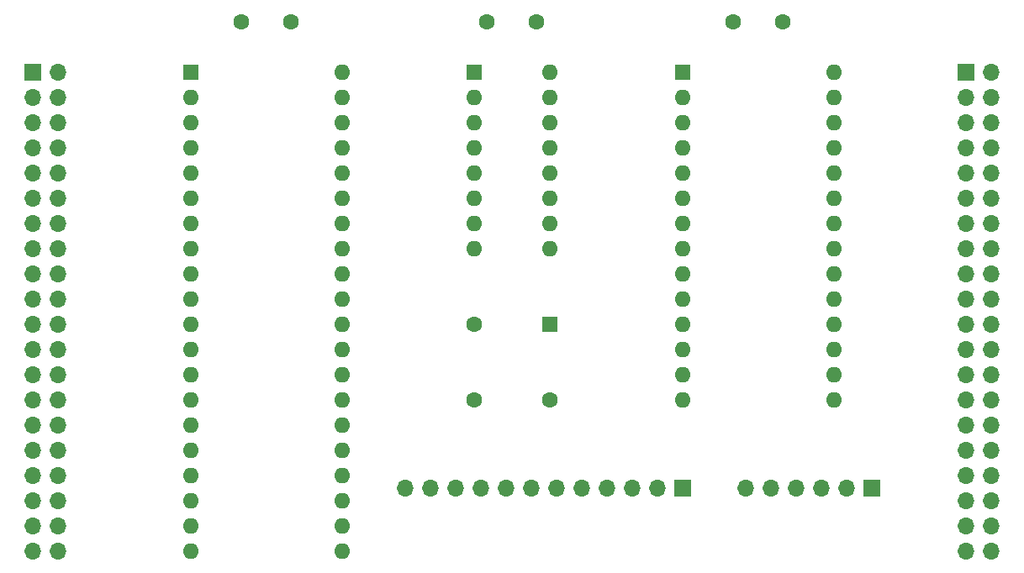
<source format=gbr>
%TF.GenerationSoftware,KiCad,Pcbnew,5.1.9-73d0e3b20d~88~ubuntu20.04.1*%
%TF.CreationDate,2021-01-16T15:59:04+00:00*%
%TF.ProjectId,io-board,696f2d62-6f61-4726-942e-6b696361645f,rev?*%
%TF.SameCoordinates,Original*%
%TF.FileFunction,Soldermask,Top*%
%TF.FilePolarity,Negative*%
%FSLAX46Y46*%
G04 Gerber Fmt 4.6, Leading zero omitted, Abs format (unit mm)*
G04 Created by KiCad (PCBNEW 5.1.9-73d0e3b20d~88~ubuntu20.04.1) date 2021-01-16 15:59:04*
%MOMM*%
%LPD*%
G01*
G04 APERTURE LIST*
%ADD10C,1.600000*%
%ADD11O,1.700000X1.700000*%
%ADD12R,1.700000X1.700000*%
%ADD13O,1.600000X1.600000*%
%ADD14R,1.600000X1.600000*%
G04 APERTURE END LIST*
D10*
%TO.C,C3*%
X116205000Y-60960000D03*
X121205000Y-60960000D03*
%TD*%
%TO.C,C2*%
X91440000Y-60960000D03*
X96440000Y-60960000D03*
%TD*%
%TO.C,C1*%
X66675000Y-60960000D03*
X71675000Y-60960000D03*
%TD*%
D11*
%TO.C,J3*%
X83185000Y-107950000D03*
X85725000Y-107950000D03*
X88265000Y-107950000D03*
X90805000Y-107950000D03*
X93345000Y-107950000D03*
X95885000Y-107950000D03*
X98425000Y-107950000D03*
X100965000Y-107950000D03*
X103505000Y-107950000D03*
X106045000Y-107950000D03*
X108585000Y-107950000D03*
D12*
X111125000Y-107950000D03*
%TD*%
D13*
%TO.C,U1*%
X76835000Y-66040000D03*
X61595000Y-114300000D03*
X76835000Y-68580000D03*
X61595000Y-111760000D03*
X76835000Y-71120000D03*
X61595000Y-109220000D03*
X76835000Y-73660000D03*
X61595000Y-106680000D03*
X76835000Y-76200000D03*
X61595000Y-104140000D03*
X76835000Y-78740000D03*
X61595000Y-101600000D03*
X76835000Y-81280000D03*
X61595000Y-99060000D03*
X76835000Y-83820000D03*
X61595000Y-96520000D03*
X76835000Y-86360000D03*
X61595000Y-93980000D03*
X76835000Y-88900000D03*
X61595000Y-91440000D03*
X76835000Y-91440000D03*
X61595000Y-88900000D03*
X76835000Y-93980000D03*
X61595000Y-86360000D03*
X76835000Y-96520000D03*
X61595000Y-83820000D03*
X76835000Y-99060000D03*
X61595000Y-81280000D03*
X76835000Y-101600000D03*
X61595000Y-78740000D03*
X76835000Y-104140000D03*
X61595000Y-76200000D03*
X76835000Y-106680000D03*
X61595000Y-73660000D03*
X76835000Y-109220000D03*
X61595000Y-71120000D03*
X76835000Y-111760000D03*
X61595000Y-68580000D03*
X76835000Y-114300000D03*
D14*
X61595000Y-66040000D03*
%TD*%
D11*
%TO.C,J5*%
X117475000Y-107950000D03*
X120015000Y-107950000D03*
X122555000Y-107950000D03*
X125095000Y-107950000D03*
X127635000Y-107950000D03*
D12*
X130175000Y-107950000D03*
%TD*%
D11*
%TO.C,J2*%
X142240000Y-114300000D03*
X139700000Y-114300000D03*
X142240000Y-111760000D03*
X139700000Y-111760000D03*
X142240000Y-109220000D03*
X139700000Y-109220000D03*
X142240000Y-106680000D03*
X139700000Y-106680000D03*
X142240000Y-104140000D03*
X139700000Y-104140000D03*
X142240000Y-101600000D03*
X139700000Y-101600000D03*
X142240000Y-99060000D03*
X139700000Y-99060000D03*
X142240000Y-96520000D03*
X139700000Y-96520000D03*
X142240000Y-93980000D03*
X139700000Y-93980000D03*
X142240000Y-91440000D03*
X139700000Y-91440000D03*
X142240000Y-88900000D03*
X139700000Y-88900000D03*
X142240000Y-86360000D03*
X139700000Y-86360000D03*
X142240000Y-83820000D03*
X139700000Y-83820000D03*
X142240000Y-81280000D03*
X139700000Y-81280000D03*
X142240000Y-78740000D03*
X139700000Y-78740000D03*
X142240000Y-76200000D03*
X139700000Y-76200000D03*
X142240000Y-73660000D03*
X139700000Y-73660000D03*
X142240000Y-71120000D03*
X139700000Y-71120000D03*
X142240000Y-68580000D03*
X139700000Y-68580000D03*
X142240000Y-66040000D03*
D12*
X139700000Y-66040000D03*
%TD*%
D10*
%TO.C,X1*%
X90170000Y-91440000D03*
X90170000Y-99060000D03*
X97790000Y-99060000D03*
D14*
X97790000Y-91440000D03*
%TD*%
D13*
%TO.C,U2*%
X97790000Y-66040000D03*
X90170000Y-83820000D03*
X97790000Y-68580000D03*
X90170000Y-81280000D03*
X97790000Y-71120000D03*
X90170000Y-78740000D03*
X97790000Y-73660000D03*
X90170000Y-76200000D03*
X97790000Y-76200000D03*
X90170000Y-73660000D03*
X97790000Y-78740000D03*
X90170000Y-71120000D03*
X97790000Y-81280000D03*
X90170000Y-68580000D03*
X97790000Y-83820000D03*
D14*
X90170000Y-66040000D03*
%TD*%
D13*
%TO.C,U3*%
X126365000Y-66040000D03*
X111125000Y-99060000D03*
X126365000Y-68580000D03*
X111125000Y-96520000D03*
X126365000Y-71120000D03*
X111125000Y-93980000D03*
X126365000Y-73660000D03*
X111125000Y-91440000D03*
X126365000Y-76200000D03*
X111125000Y-88900000D03*
X126365000Y-78740000D03*
X111125000Y-86360000D03*
X126365000Y-81280000D03*
X111125000Y-83820000D03*
X126365000Y-83820000D03*
X111125000Y-81280000D03*
X126365000Y-86360000D03*
X111125000Y-78740000D03*
X126365000Y-88900000D03*
X111125000Y-76200000D03*
X126365000Y-91440000D03*
X111125000Y-73660000D03*
X126365000Y-93980000D03*
X111125000Y-71120000D03*
X126365000Y-96520000D03*
X111125000Y-68580000D03*
X126365000Y-99060000D03*
D14*
X111125000Y-66040000D03*
%TD*%
D11*
%TO.C,J1*%
X48260000Y-114300000D03*
X45720000Y-114300000D03*
X48260000Y-111760000D03*
X45720000Y-111760000D03*
X48260000Y-109220000D03*
X45720000Y-109220000D03*
X48260000Y-106680000D03*
X45720000Y-106680000D03*
X48260000Y-104140000D03*
X45720000Y-104140000D03*
X48260000Y-101600000D03*
X45720000Y-101600000D03*
X48260000Y-99060000D03*
X45720000Y-99060000D03*
X48260000Y-96520000D03*
X45720000Y-96520000D03*
X48260000Y-93980000D03*
X45720000Y-93980000D03*
X48260000Y-91440000D03*
X45720000Y-91440000D03*
X48260000Y-88900000D03*
X45720000Y-88900000D03*
X48260000Y-86360000D03*
X45720000Y-86360000D03*
X48260000Y-83820000D03*
X45720000Y-83820000D03*
X48260000Y-81280000D03*
X45720000Y-81280000D03*
X48260000Y-78740000D03*
X45720000Y-78740000D03*
X48260000Y-76200000D03*
X45720000Y-76200000D03*
X48260000Y-73660000D03*
X45720000Y-73660000D03*
X48260000Y-71120000D03*
X45720000Y-71120000D03*
X48260000Y-68580000D03*
X45720000Y-68580000D03*
X48260000Y-66040000D03*
D12*
X45720000Y-66040000D03*
%TD*%
M02*

</source>
